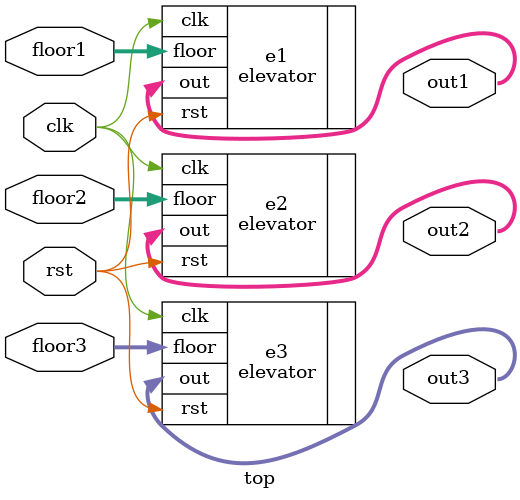
<source format=sv>
module top(
    input logic clk, rst,
    input logic [2:0] floor1, floor2, floor3,
    output logic [2:0] out1, out2, out3
);

    logic [3:0] wasteful_counter; // Unused counter to consume power
    logic redundant_signal; // Extra toggling for power consumption
    logic dummy_latch; // Creates unintended power drain

    always_ff @(posedge clk or negedge rst) begin
        if (!rst) begin
            wasteful_counter <= 4'b0000;
            redundant_signal <= 1'b0;
            dummy_latch <= 1'b0;
        end else begin
            wasteful_counter <= wasteful_counter + 1;
            redundant_signal <= ~redundant_signal; // Keeps toggling
            dummy_latch <= wasteful_counter[1]; // Useless latch
        end
    end

    // Three independent elevators
    elevator e1 (.clk(clk), .rst(rst), .floor(floor1), .out(out1));
    elevator e2 (.clk(clk), .rst(rst), .floor(floor2), .out(out2));
    elevator e3 (.clk(clk), .rst(rst), .floor(floor3), .out(out3));

endmodule


</source>
